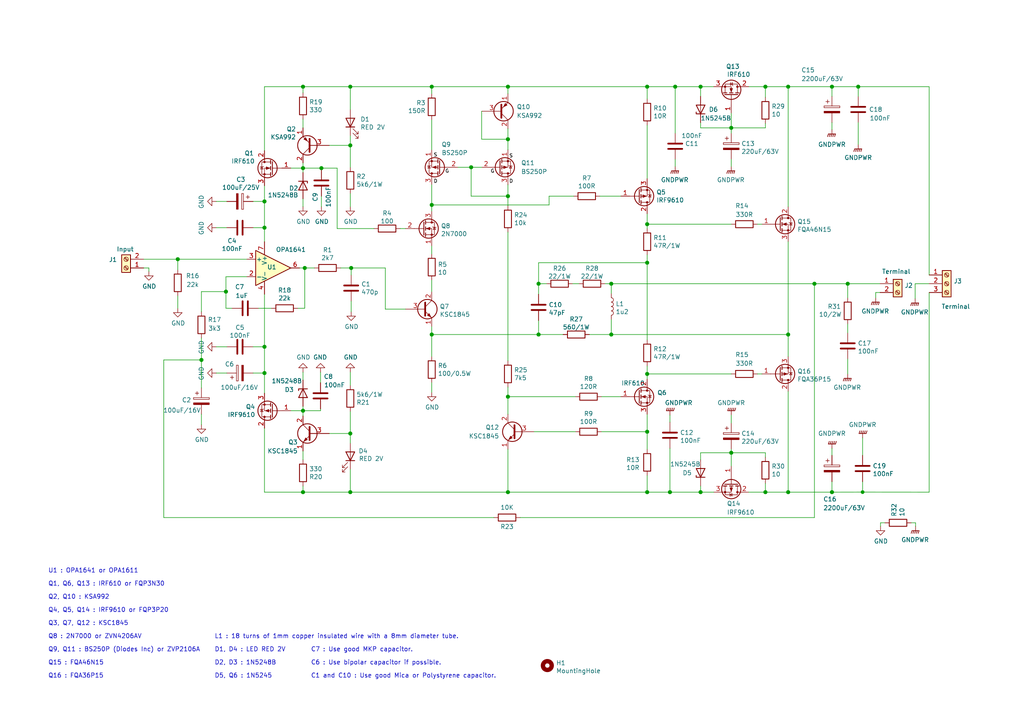
<source format=kicad_sch>
(kicad_sch (version 20210621) (generator eeschema)
  (paper "A4")
  (title_block (title "Q17 Amplifier") (date "2021-11-14") (rev "7") (company "by eng. Tiberiu Vicol") (comment 1 "Modified by Stef") (comment 4 "Q17 a QUAD405 audiophile approach"))
  (lib_symbols
    (symbol "Amplifier_Operational:OPA1641" (pin_names (offset 0.127))
      (property "Reference" "U" (at 3.81 3.81 0))
      (property "Value" "OPA1641" (at 3.81 -3.81 0))
      (symbol "OPA1641_1_1"
        (pin no_connect line (at -2.54 -2.54 90) (length 2.54) hide (name "NC") (number "1"))
        (pin input line (at -7.62 -2.54 0) (length 2.54) (name "-") (number "2"))
        (pin input line (at -7.62 2.54 0) (length 2.54) (name "+") (number "3"))
        (pin power_in line (at -2.54 -7.62 90) (length 3.81) (name "V-") (number "4"))
        (pin no_connect line (at 0 -2.54 90) (length 2.54) hide (name "NC") (number "5"))
        (pin output line (at 7.62 0 180) (length 2.54) (name "~") (number "6"))
        (pin power_in line (at -2.54 7.62 270) (length 3.81) (name "V+") (number "7"))
        (pin no_connect line (at -5.08 -2.54 90) (length 2.54) hide (name "NC") (number "8"))
      )
    )
    (symbol "BS250_1" (pin_names hide)
      (property "Reference" "Q9" (at -5.207 0.7609 0))
      (property "Value" "BS250_1" (at -5.207 -1.5378 0))
      (symbol "BS250_1_1_1"
        (pin passive line (at 2.54 -5.08 90) (length 2.54) (name "S") (number "1"))
        (pin input line (at -5.08 0 0) (length 2.54) (name "G") (number "2"))
        (pin passive line (at 2.54 5.08 270) (length 2.54) (name "D") (number "3"))
      )
    )
    (symbol "Connector:Screw_Terminal_01x02" (pin_names (offset 1.016) hide)
      (property "Reference" "J" (at 0 2.54 0))
      (property "Value" "Screw_Terminal_01x02" (at 0 -5.08 0))
      (symbol "Screw_Terminal_01x02_1_1"
        (pin passive line (at -5.08 0 0) (length 3.81) (name "Pin_1") (number "1"))
        (pin passive line (at -5.08 -2.54 0) (length 3.81) (name "Pin_2") (number "2"))
      )
    )
    (symbol "Connector:Screw_Terminal_01x02_1" (pin_names (offset 1.016) hide)
      (property "Reference" "J2" (at 2.0321 -0.5091 0))
      (property "Value" "Screw_Terminal_01x02" (at -4.5719 3.5422 0))
      (symbol "Screw_Terminal_01x02_1_1_1"
        (pin passive line (at -5.08 0 0) (length 3.81) (name "Pin_1") (number "1"))
        (pin passive line (at -5.08 -2.54 0) (length 3.81) (name "Pin_2") (number "2"))
      )
    )
    (symbol "Connector:Screw_Terminal_01x03" (pin_names (offset 1.016) hide)
      (property "Reference" "J" (at 0 5.08 0))
      (property "Value" "Screw_Terminal_01x03" (at 0 -5.08 0))
      (symbol "Screw_Terminal_01x03_1_1"
        (pin passive line (at -5.08 2.54 0) (length 3.81) (name "Pin_1") (number "1"))
        (pin passive line (at -5.08 0 0) (length 3.81) (name "Pin_2") (number "2"))
        (pin passive line (at -5.08 -2.54 0) (length 3.81) (name "Pin_3") (number "3"))
      )
    )
    (symbol "Device:C" (pin_numbers hide) (pin_names (offset 0.254))
      (property "Reference" "C" (at 0.635 2.54 0))
      (property "Value" "C" (at 0.635 -2.54 0))
      (symbol "C_1_1"
        (pin passive line (at 0 3.81 270) (length 2.794) (name "~") (number "1"))
        (pin passive line (at 0 -3.81 90) (length 2.794) (name "~") (number "2"))
      )
    )
    (symbol "Device:C_Polarized" (pin_numbers hide) (pin_names (offset 0.254))
      (property "Reference" "C" (at 0.635 2.54 0))
      (property "Value" "C_Polarized" (at 0.635 -2.54 0))
      (symbol "C_Polarized_1_1"
        (pin passive line (at 0 3.81 270) (length 2.794) (name "~") (number "1"))
        (pin passive line (at 0 -3.81 90) (length 2.794) (name "~") (number "2"))
      )
    )
    (symbol "Device:D_Zener" (pin_numbers hide) (pin_names (offset 1.016) hide)
      (property "Reference" "D" (at 0 2.54 0))
      (property "Value" "D_Zener" (at 0 -2.54 0))
      (symbol "D_Zener_1_1"
        (pin passive line (at -3.81 0 0) (length 2.54) (name "K") (number "1"))
        (pin passive line (at 3.81 0 180) (length 2.54) (name "A") (number "2"))
      )
    )
    (symbol "Device:L" (pin_numbers hide) (pin_names (offset 1.016) hide)
      (property "Reference" "L" (at -1.27 0 90))
      (property "Value" "L" (at 1.905 0 90))
      (symbol "L_1_1"
        (pin passive line (at 0 3.81 270) (length 1.27) (name "1") (number "1"))
        (pin passive line (at 0 -3.81 90) (length 1.27) (name "2") (number "2"))
      )
    )
    (symbol "Device:LED" (pin_numbers hide) (pin_names (offset 1.016) hide)
      (property "Reference" "D" (at 0 2.54 0))
      (property "Value" "LED" (at 0 -2.54 0))
      (symbol "LED_1_1"
        (pin passive line (at -3.81 0 0) (length 2.54) (name "K") (number "1"))
        (pin passive line (at 3.81 0 180) (length 2.54) (name "A") (number "2"))
      )
    )
    (symbol "Device:Q_NMOS_GDS" (pin_names (offset 0) hide)
      (property "Reference" "Q" (at 5.08 1.27 0))
      (property "Value" "Q_NMOS_GDS" (at 5.08 -1.27 0))
      (symbol "Q_NMOS_GDS_1_1"
        (pin input line (at -5.08 0 0) (length 2.54) (name "G") (number "1"))
        (pin passive line (at 2.54 5.08 270) (length 2.54) (name "D") (number "2"))
        (pin passive line (at 2.54 -5.08 90) (length 2.54) (name "S") (number "3"))
      )
    )
    (symbol "Device:Q_NPN_ECB" (pin_names (offset 0) hide)
      (property "Reference" "Q" (at 5.08 1.27 0))
      (property "Value" "Q_NPN_ECB" (at 5.08 -1.27 0))
      (symbol "Q_NPN_ECB_1_1"
        (pin passive line (at 2.54 -5.08 90) (length 2.54) (name "E") (number "1"))
        (pin passive line (at 2.54 5.08 270) (length 2.54) (name "C") (number "2"))
        (pin passive line (at -5.08 0 0) (length 5.715) (name "B") (number "3"))
      )
    )
    (symbol "Device:Q_PMOS_GDS" (pin_names (offset 0) hide)
      (property "Reference" "Q" (at 5.08 1.27 0))
      (property "Value" "Q_PMOS_GDS" (at 5.08 -1.27 0))
      (symbol "Q_PMOS_GDS_1_1"
        (pin input line (at -5.08 0 0) (length 2.54) (name "G") (number "1"))
        (pin passive line (at 2.54 5.08 270) (length 2.54) (name "D") (number "2"))
        (pin passive line (at 2.54 -5.08 90) (length 2.54) (name "S") (number "3"))
      )
    )
    (symbol "Device:Q_PNP_ECB" (pin_names (offset 0) hide)
      (property "Reference" "Q" (at 5.08 1.27 0))
      (property "Value" "Q_PNP_ECB" (at 5.08 -1.27 0))
      (symbol "Q_PNP_ECB_1_1"
        (pin passive line (at 2.54 -5.08 90) (length 2.54) (name "E") (number "1"))
        (pin passive line (at 2.54 5.08 270) (length 2.54) (name "C") (number "2"))
        (pin input line (at -5.08 0 0) (length 5.715) (name "B") (number "3"))
      )
    )
    (symbol "Device:R" (pin_numbers hide) (pin_names (offset 0))
      (property "Reference" "R" (at 2.032 0 90))
      (property "Value" "R" (at 0 0 90))
      (symbol "R_1_1"
        (pin passive line (at 0 3.81 270) (length 1.27) (name "~") (number "1"))
        (pin passive line (at 0 -3.81 90) (length 1.27) (name "~") (number "2"))
      )
    )
    (symbol "Mechanical:MountingHole" (pin_names (offset 1.016))
      (property "Reference" "H" (at 0 5.08 0))
      (property "Value" "MountingHole" (at 0 3.175 0))
    )
    (symbol "Transistor_FET:2N7000" (pin_names hide)
      (property "Reference" "Q" (at 5.08 1.905 0))
      (property "Value" "2N7000" (at 5.08 0 0))
      (symbol "2N7000_1_1"
        (pin passive line (at 2.54 -5.08 90) (length 2.54) (name "S") (number "1"))
        (pin input line (at -5.08 0 0) (length 2.54) (name "G") (number "2"))
        (pin passive line (at 2.54 5.08 270) (length 2.54) (name "D") (number "3"))
      )
    )
    (symbol "Transistor_FET:BS250" (pin_names hide)
      (property "Reference" "Q11" (at 5.2071 0.7609 0))
      (property "Value" "BS250" (at 5.2071 -1.5378 0))
      (symbol "BS250_1_1"
        (pin passive line (at 2.54 -5.08 90) (length 2.54) (name "S") (number "1"))
        (pin input line (at -5.08 0 0) (length 2.54) (name "G") (number "2"))
        (pin passive line (at 2.54 5.08 270) (length 2.54) (name "D") (number "3"))
      )
    )
    (symbol "power:GND" (power) (pin_names (offset 0))
      (property "Value" "GND" (at 0 -3.81 0))
      (symbol "GND_1_1"
        (pin power_in line (at 0 0 270) (length 0) hide (name "GND") (number "1"))
      )
    )
    (symbol "power:GNDPWR" (power) (pin_names (offset 0))
      (property "Value" "GNDPWR" (at 0 -3.302 0))
      (symbol "GNDPWR_1_1"
        (pin power_in line (at 0 0 270) (length 0) hide (name "GNDPWR") (number "1"))
      )
    )
  )
  (junction (at 194.31 142.748) (diameter 1.016))
  (junction (at 212.09 37.084) (diameter 1.016))
  (junction (at 212.09 131.318) (diameter 1.016))
  (junction (at 88.392 77.724) (diameter 1.016))
  (junction (at 177.292 82.296) (diameter 1.016))
  (junction (at 101.854 77.724) (diameter 1.016))
  (junction (at 76.708 108.204) (diameter 1.016))
  (junction (at 147.32 56.896) (diameter 1.016))
  (junction (at 187.706 125.222) (diameter 1.016))
  (junction (at 241.3 142.748) (diameter 1.016))
  (junction (at 203.2 142.748) (diameter 1.016))
  (junction (at 147.32 115.062) (diameter 1.016))
  (junction (at 65.532 84.582) (diameter 1.016))
  (junction (at 147.32 25.146) (diameter 1.016))
  (junction (at 177.292 97.028) (diameter 1.016))
  (junction (at 187.706 142.748) (diameter 1.016))
  (junction (at 187.706 25.146) (diameter 1.016))
  (junction (at 187.706 108.458) (diameter 1.016))
  (junction (at 76.708 100.584) (diameter 1.016))
  (junction (at 228.6 97.028) (diameter 1.016))
  (junction (at 125.222 25.146) (diameter 1.016))
  (junction (at 187.706 76.2) (diameter 1.016))
  (junction (at 156.21 82.296) (diameter 1.016))
  (junction (at 250.19 142.7297))
  (junction (at 51.562 75.184) (diameter 1.016))
  (junction (at 87.884 119.126) (diameter 1.016))
  (junction (at 101.6 142.748) (diameter 1.016))
  (junction (at 101.6 125.73) (diameter 1.016))
  (junction (at 245.872 82.296) (diameter 1.016))
  (junction (at 87.884 142.748) (diameter 1.016))
  (junction (at 221.996 25.146) (diameter 1.016))
  (junction (at 195.834 25.146) (diameter 1.016))
  (junction (at 101.6 25.146) (diameter 1.016))
  (junction (at 76.708 58.42) (diameter 1.016))
  (junction (at 125.222 59.436) (diameter 1.016))
  (junction (at 87.884 25.146) (diameter 1.016))
  (junction (at 228.6 142.748) (diameter 1.016))
  (junction (at 248.92 25.146) (diameter 1.016))
  (junction (at 236.22 82.296) (diameter 1.016))
  (junction (at 156.21 97.028) (diameter 1.016))
  (junction (at 125.222 97.028) (diameter 1.016))
  (junction (at 147.32 142.748) (diameter 1.016))
  (junction (at 76.708 66.04) (diameter 1.016))
  (junction (at 147.32 40.386) (diameter 1.016))
  (junction (at 228.6 25.146) (diameter 1.016))
  (junction (at 87.884 48.768) (diameter 1.016))
  (junction (at 241.3 25.146) (diameter 1.016))
  (junction (at 93.218 48.768) (diameter 1.016))
  (junction (at 187.706 65.024) (diameter 1.016))
  (junction (at 101.6 42.164) (diameter 1.016))
  (junction (at 203.2 25.146) (diameter 1.016))
  (junction (at 136.652 48.514) (diameter 1.016))
  (junction (at 58.42 104.394) (diameter 1.016))
  (junction (at 221.996 142.748) (diameter 1.016))
  (wire (pts (xy 101.854 77.724) (xy 111.76 77.724)))
  (wire (pts (xy 187.706 73.914) (xy 187.706 76.2)))
  (wire (pts (xy 101.6 42.164) (xy 101.6 39.37)))
  (wire (pts (xy 95.504 42.164) (xy 101.6 42.164)))
  (wire (pts (xy 147.32 25.146) (xy 125.222 25.146)))
  (wire (pts (xy 147.32 25.146) (xy 187.706 25.146)))
  (wire (pts (xy 221.996 132.588) (xy 221.996 131.318)))
  (wire (pts (xy 221.996 131.318) (xy 212.09 131.318)))
  (wire (pts (xy 87.884 34.544) (xy 87.884 37.084)))
  (wire (pts (xy 212.09 120.396) (xy 212.09 122.682)))
  (wire (pts (xy 58.42 123.19) (xy 58.42 120.142)))
  (wire (pts (xy 97.79 66.294) (xy 97.79 48.768)))
  (wire (pts (xy 117.602 66.294) (xy 116.078 66.294)))
  (wire (pts (xy 108.458 66.294) (xy 97.79 66.294)))
  (wire (pts (xy 93.218 48.768) (xy 97.79 48.768)))
  (wire (pts (xy 41.656 77.724) (xy 43.18 77.724)))
  (wire (pts (xy 43.18 77.724) (xy 43.18 78.74)))
  (wire (pts (xy 221.996 25.146) (xy 221.996 28.194)))
  (wire (pts (xy 58.42 98.044) (xy 58.42 104.394)))
  (wire (pts (xy 58.42 104.394) (xy 58.42 112.522)))
  (wire (pts (xy 101.6 125.73) (xy 101.6 119.38)))
  (wire (pts (xy 101.6 25.146) (xy 125.222 25.146)))
  (wire (pts (xy 187.706 125.222) (xy 187.706 130.302)))
  (wire (pts (xy 187.706 120.142) (xy 187.706 125.222)))
  (wire (pts (xy 65.532 80.264) (xy 71.628 80.264)))
  (wire (pts (xy 65.532 84.582) (xy 65.532 80.264)))
  (wire (pts (xy 65.532 89.408) (xy 65.532 84.582)))
  (wire (pts (xy 67.31 89.408) (xy 65.532 89.408)))
  (wire (pts (xy 156.21 82.296) (xy 156.21 76.2)))
  (wire (pts (xy 156.21 76.2) (xy 187.706 76.2)))
  (wire (pts (xy 207.01 25.146) (xy 203.2 25.146)))
  (wire (pts (xy 87.884 47.244) (xy 87.884 48.768)))
  (wire (pts (xy 87.884 48.768) (xy 87.884 50.038)))
  (wire (pts (xy 86.36 89.408) (xy 88.392 89.408)))
  (wire (pts (xy 88.392 89.408) (xy 88.392 77.724)))
  (wire (pts (xy 212.09 46.228) (xy 212.09 48.26)))
  (wire (pts (xy 147.32 67.31) (xy 147.32 104.648)))
  (wire (pts (xy 212.09 37.084) (xy 212.09 38.608)))
  (wire (pts (xy 212.09 32.766) (xy 212.09 37.084)))
  (wire (pts (xy 212.09 37.084) (xy 221.996 37.084)))
  (wire (pts (xy 221.996 37.084) (xy 221.996 35.814)))
  (wire (pts (xy 194.31 122.428) (xy 194.31 120.396)))
  (wire (pts (xy 76.708 124.206) (xy 76.708 142.748)))
  (wire (pts (xy 180.086 56.896) (xy 173.99 56.896)))
  (wire (pts (xy 47.498 104.394) (xy 58.42 104.394)))
  (wire (pts (xy 143.256 150.114) (xy 47.498 150.114)))
  (wire (pts (xy 47.498 150.114) (xy 47.498 104.394)))
  (wire (pts (xy 241.3 142.748) (xy 250.19 142.7297)))
  (wire (pts (xy 250.19 139.7) (xy 250.19 142.7297)))
  (wire (pts (xy 147.32 37.338) (xy 147.32 40.386)))
  (wire (pts (xy 156.21 82.296) (xy 156.21 85.344)))
  (wire (pts (xy 158.496 82.296) (xy 156.21 82.296)))
  (wire (pts (xy 187.706 36.322) (xy 187.706 51.816)))
  (wire (pts (xy 76.708 85.344) (xy 76.708 100.584)))
  (wire (pts (xy 76.708 108.204) (xy 76.708 114.046)))
  (wire (pts (xy 76.708 100.584) (xy 76.708 108.204)))
  (wire (pts (xy 87.884 140.97) (xy 87.884 142.748)))
  (wire (pts (xy 248.92 25.146) (xy 241.3 25.146)))
  (wire (pts (xy 248.92 27.94) (xy 248.92 25.146)))
  (wire (pts (xy 73.406 108.204) (xy 76.708 108.204)))
  (wire (pts (xy 111.76 89.662) (xy 111.76 77.724)))
  (wire (pts (xy 117.602 89.662) (xy 111.76 89.662)))
  (wire (pts (xy 177.292 85.09) (xy 177.292 82.296)))
  (wire (pts (xy 166.116 82.296) (xy 167.894 82.296)))
  (wire (pts (xy 175.514 82.296) (xy 177.292 82.296)))
  (wire (pts (xy 269.494 142.748) (xy 250.19 142.7297)))
  (wire (pts (xy 254 84.836) (xy 255.27 84.836)))
  (wire (pts (xy 254 86.36) (xy 254 84.836)))
  (wire (pts (xy 76.708 66.04) (xy 76.708 70.104)))
  (wire (pts (xy 76.708 58.42) (xy 76.708 66.04)))
  (wire (pts (xy 76.708 53.848) (xy 76.708 58.42)))
  (wire (pts (xy 147.32 115.062) (xy 166.878 115.062)))
  (wire (pts (xy 174.498 115.062) (xy 180.086 115.062)))
  (wire (pts (xy 236.22 150.114) (xy 150.876 150.114)))
  (wire (pts (xy 236.22 82.296) (xy 236.22 150.114)))
  (wire (pts (xy 73.406 66.04) (xy 76.708 66.04)))
  (wire (pts (xy 177.292 92.71) (xy 177.292 97.028)))
  (wire (pts (xy 170.942 97.028) (xy 177.292 97.028)))
  (wire (pts (xy 219.71 65.024) (xy 220.98 65.024)))
  (wire (pts (xy 219.71 108.458) (xy 220.98 108.458)))
  (wire (pts (xy 62.738 66.04) (xy 65.786 66.04)))
  (wire (pts (xy 195.834 25.146) (xy 187.706 25.146)))
  (wire (pts (xy 203.2 25.146) (xy 195.834 25.146)))
  (wire (pts (xy 221.996 25.146) (xy 217.17 25.146)))
  (wire (pts (xy 228.6 25.146) (xy 221.996 25.146)))
  (wire (pts (xy 228.6 59.944) (xy 228.6 25.146)))
  (wire (pts (xy 187.706 25.146) (xy 187.706 28.702)))
  (wire (pts (xy 92.964 119.126) (xy 87.884 119.126)))
  (wire (pts (xy 92.964 118.618) (xy 92.964 119.126)))
  (wire (pts (xy 221.996 140.208) (xy 221.996 142.748)))
  (wire (pts (xy 228.6 70.104) (xy 228.6 97.028)))
  (wire (pts (xy 228.6 97.028) (xy 228.6 103.378)))
  (wire (pts (xy 147.32 112.268) (xy 147.32 115.062)))
  (wire (pts (xy 154.94 125.222) (xy 166.878 125.222)))
  (wire (pts (xy 174.498 125.222) (xy 187.706 125.222)))
  (wire (pts (xy 269.494 84.836) (xy 269.494 142.748)))
  (wire (pts (xy 87.884 110.236) (xy 87.884 107.95)))
  (wire (pts (xy 62.738 100.584) (xy 65.786 100.584)))
  (wire (pts (xy 187.706 108.458) (xy 187.706 109.982)))
  (wire (pts (xy 187.706 106.172) (xy 187.706 108.458)))
  (wire (pts (xy 147.32 115.062) (xy 147.32 120.142)))
  (wire (pts (xy 203.2 37.084) (xy 212.09 37.084)))
  (wire (pts (xy 203.2 35.56) (xy 203.2 37.084)))
  (wire (pts (xy 248.92 35.56) (xy 248.92 41.91)))
  (wire (pts (xy 101.6 111.76) (xy 101.6 107.95)))
  (wire (pts (xy 187.706 76.2) (xy 187.706 98.552)))
  (wire (pts (xy 125.222 53.594) (xy 125.222 59.436)))
  (wire (pts (xy 125.222 59.436) (xy 125.222 61.214)))
  (wire (pts (xy 125.222 71.374) (xy 125.222 73.66)))
  (wire (pts (xy 125.222 81.28) (xy 125.222 84.582)))
  (wire (pts (xy 98.806 77.724) (xy 101.854 77.724)))
  (wire (pts (xy 101.854 77.724) (xy 101.854 79.756)))
  (wire (pts (xy 93.218 49.276) (xy 93.218 48.768)))
  (wire (pts (xy 93.218 48.768) (xy 87.884 48.768)))
  (wire (pts (xy 147.32 40.386) (xy 147.32 43.434)))
  (wire (pts (xy 51.562 75.184) (xy 51.562 78.232)))
  (wire (pts (xy 71.628 75.184) (xy 51.562 75.184)))
  (wire (pts (xy 156.21 92.964) (xy 156.21 97.028)))
  (wire (pts (xy 156.21 97.028) (xy 163.322 97.028)))
  (wire (pts (xy 101.6 56.134) (xy 101.6 59.944)))
  (wire (pts (xy 187.706 108.458) (xy 212.09 108.458)))
  (wire (pts (xy 73.406 58.42) (xy 76.708 58.42)))
  (wire (pts (xy 136.652 48.514) (xy 132.842 48.514)))
  (wire (pts (xy 51.562 85.852) (xy 51.562 89.408)))
  (wire (pts (xy 147.32 25.146) (xy 147.32 27.178)))
  (wire (pts (xy 194.31 142.748) (xy 187.706 142.748)))
  (wire (pts (xy 228.6 142.748) (xy 221.996 142.748)))
  (wire (pts (xy 228.6 113.538) (xy 228.6 142.748)))
  (wire (pts (xy 221.996 142.748) (xy 217.17 142.748)))
  (wire (pts (xy 187.706 142.748) (xy 187.706 137.922)))
  (wire (pts (xy 147.32 142.748) (xy 187.706 142.748)))
  (wire (pts (xy 147.32 130.302) (xy 147.32 142.748)))
  (wire (pts (xy 245.872 82.296) (xy 255.27 82.296)))
  (wire (pts (xy 139.7 32.258) (xy 139.7 40.386)))
  (wire (pts (xy 87.884 120.65) (xy 87.884 119.126)))
  (wire (pts (xy 76.708 43.688) (xy 76.708 25.146)))
  (wire (pts (xy 76.708 25.146) (xy 87.884 25.146)))
  (wire (pts (xy 250.19 127) (xy 250.19 132.08)))
  (wire (pts (xy 194.31 130.048) (xy 194.31 142.748)))
  (wire (pts (xy 65.532 84.582) (xy 58.42 84.582)))
  (wire (pts (xy 58.42 84.582) (xy 58.42 90.424)))
  (wire (pts (xy 87.884 25.146) (xy 101.6 25.146)))
  (wire (pts (xy 101.6 25.146) (xy 101.6 31.75)))
  (wire (pts (xy 87.884 26.924) (xy 87.884 25.146)))
  (wire (pts (xy 203.2 140.97) (xy 203.2 142.748)))
  (wire (pts (xy 74.93 89.408) (xy 78.74 89.408)))
  (wire (pts (xy 147.32 56.896) (xy 136.652 56.896)))
  (wire (pts (xy 136.652 56.896) (xy 136.652 48.514)))
  (wire (pts (xy 159.258 56.896) (xy 166.37 56.896)))
  (wire (pts (xy 125.222 110.998) (xy 125.222 113.792)))
  (wire (pts (xy 241.3 142.748) (xy 228.6 142.748)))
  (wire (pts (xy 241.3 139.7) (xy 241.3 142.748)))
  (wire (pts (xy 76.708 142.748) (xy 87.884 142.748)))
  (wire (pts (xy 101.6 142.748) (xy 101.6 136.144)))
  (wire (pts (xy 88.392 77.724) (xy 91.186 77.724)))
  (wire (pts (xy 86.868 77.724) (xy 88.392 77.724)))
  (wire (pts (xy 212.09 130.302) (xy 212.09 131.318)))
  (wire (pts (xy 212.09 131.318) (xy 212.09 135.128)))
  (wire (pts (xy 203.2 142.748) (xy 207.01 142.748)))
  (wire (pts (xy 194.31 142.748) (xy 203.2 142.748)))
  (wire (pts (xy 136.652 48.514) (xy 139.7 48.514)))
  (wire (pts (xy 177.292 82.296) (xy 236.22 82.296)))
  (wire (pts (xy 236.22 82.296) (xy 245.872 82.296)))
  (wire (pts (xy 245.872 82.296) (xy 245.872 86.36)))
  (wire (pts (xy 41.656 75.184) (xy 51.562 75.184)))
  (wire (pts (xy 195.834 25.146) (xy 195.834 38.608)))
  (wire (pts (xy 87.884 119.126) (xy 87.884 117.856)))
  (wire (pts (xy 159.258 56.896) (xy 159.258 59.436)))
  (wire (pts (xy 159.258 59.436) (xy 125.222 59.436)))
  (wire (pts (xy 264.281 151.638) (xy 265.551 151.638)))
  (wire (pts (xy 265.551 151.638) (xy 265.551 152.654)))
  (wire (pts (xy 255.391 152.654) (xy 255.391 151.638)))
  (wire (pts (xy 255.391 151.638) (xy 256.661 151.638)))
  (wire (pts (xy 73.406 100.584) (xy 76.708 100.584)))
  (wire (pts (xy 125.222 97.028) (xy 125.222 103.378)))
  (wire (pts (xy 156.21 97.028) (xy 125.222 97.028)))
  (wire (pts (xy 84.328 119.126) (xy 87.884 119.126)))
  (wire (pts (xy 269.494 25.146) (xy 248.92 25.146)))
  (wire (pts (xy 265.43 82.296) (xy 265.43 86.614)))
  (wire (pts (xy 269.494 82.296) (xy 265.43 82.296)))
  (wire (pts (xy 187.706 61.976) (xy 187.706 65.024)))
  (wire (pts (xy 187.706 65.024) (xy 187.706 66.294)))
  (wire (pts (xy 177.292 97.028) (xy 228.6 97.028)))
  (wire (pts (xy 62.738 108.204) (xy 65.786 108.204)))
  (wire (pts (xy 62.738 58.42) (xy 65.786 58.42)))
  (wire (pts (xy 101.6 125.73) (xy 101.6 128.524)))
  (wire (pts (xy 101.6 142.748) (xy 147.32 142.748)))
  (wire (pts (xy 269.494 25.146) (xy 269.494 79.756)))
  (wire (pts (xy 101.6 42.164) (xy 101.6 48.514)))
  (wire (pts (xy 93.218 59.944) (xy 93.218 56.896)))
  (wire (pts (xy 203.2 133.35) (xy 203.2 131.318)))
  (wire (pts (xy 203.2 131.318) (xy 212.09 131.318)))
  (wire (pts (xy 87.884 57.658) (xy 87.884 59.944)))
  (wire (pts (xy 147.32 53.594) (xy 147.32 56.896)))
  (wire (pts (xy 147.32 56.896) (xy 147.32 59.69)))
  (wire (pts (xy 92.964 107.95) (xy 92.964 110.998)))
  (wire (pts (xy 95.504 125.73) (xy 101.6 125.73)))
  (wire (pts (xy 245.872 104.14) (xy 245.872 108.458)))
  (wire (pts (xy 84.328 48.768) (xy 87.884 48.768)))
  (wire (pts (xy 101.854 87.376) (xy 101.854 90.424)))
  (wire (pts (xy 245.872 93.98) (xy 245.872 96.52)))
  (wire (pts (xy 241.3 35.56) (xy 241.3 37.592)))
  (wire (pts (xy 203.2 25.146) (xy 203.2 27.94)))
  (wire (pts (xy 187.706 65.024) (xy 212.09 65.024)))
  (wire (pts (xy 125.222 94.742) (xy 125.222 97.028)))
  (wire (pts (xy 195.834 46.228) (xy 195.834 48.26)))
  (wire (pts (xy 87.884 142.748) (xy 101.6 142.748)))
  (wire (pts (xy 241.3 132.08) (xy 241.3 130.048)))
  (wire (pts (xy 125.222 34.798) (xy 125.222 43.434)))
  (wire (pts (xy 147.32 40.386) (xy 139.7 40.386)))
  (wire (pts (xy 241.3 27.94) (xy 241.3 25.146)))
  (wire (pts (xy 241.3 25.146) (xy 228.6 25.146)))
  (wire (pts (xy 87.884 133.35) (xy 87.884 130.81)))
  (wire (pts (xy 125.222 25.146) (xy 125.222 27.178)))
  (text "C1 and C10 : Use good Mica or Polystyrene capacitor." (at 90.17 196.85 0) (effects (font (size 1.27 1.27)) (justify left bottom)))
  (text "C7 : Use good MKP capacitor." (at 90.17 189.23 0) (effects (font (size 1.27 1.27)) (justify left bottom)))
  (text "D2, D3 : 1N5248B" (at 62.23 193.04 0) (effects (font (size 1.27 1.27)) (justify left bottom)))
  (text "Q2, Q10 : KSA992" (at 13.97 173.99 0) (effects (font (size 1.27 1.27)) (justify left bottom)))
  (text "D1, D4 : LED RED 2V" (at 62.23 189.23 0) (effects (font (size 1.27 1.27)) (justify left bottom)))
  (text "Q3, Q7, Q12 : KSC1845" (at 13.97 181.61 0) (effects (font (size 1.27 1.27)) (justify left bottom)))
  (text "C6 : Use bipolar capacitor if possible." (at 90.17 193.04 0) (effects (font (size 1.27 1.27)) (justify left bottom)))
  (text "Q4, Q5, Q14 : IRF9610 or FQP3P20" (at 13.97 177.8 0) (effects (font (size 1.27 1.27)) (justify left bottom)))
  (text "Q15 : FQA46N15" (at 13.97 193.04 0) (effects (font (size 1.27 1.27)) (justify left bottom)))
  (text "Q1, Q6, Q13 : IRF610 or FQP3N30" (at 13.97 170.18 0) (effects (font (size 1.27 1.27)) (justify left bottom)))
  (text "Q9, Q11 : BS250P (Diodes Inc) or ZVP2106A" (at 13.97 189.23 0) (effects (font (size 1.27 1.27)) (justify left bottom)))
  (text "U1 : OPA1641 or OPA1611" (at 13.97 166.37 0) (effects (font (size 1.27 1.27)) (justify left bottom)))
  (text "D5, Q6 : 1N5245" (at 62.23 196.85 0) (effects (font (size 1.27 1.27)) (justify left bottom)))
  (text "L1 : 18 turns of 1mm copper insulated wire with a 8mm diameter tube." (at 62.23 185.42 0) (effects (font (size 1.27 1.27)) (justify left bottom)))
  (text "Q8 : 2N7000 or ZVN4206AV" (at 13.97 185.42 0) (effects (font (size 1.27 1.27)) (justify left bottom)))
  (text "Q16 : FQA36P15" (at 13.97 196.85 0) (effects (font (size 1.27 1.27)) (justify left bottom)))
  (label "S" (at 125.73 45.72 0) (effects (font (size 1 1))))
  (label "G" (at 129.0867 50.4087 0) (effects (font (size 1 1))))
  (label "D" (at 125.73 53.34 0) (effects (font (size 1 1))))
  (label "G" (at 142.2567 50.4213 0) (effects (font (size 1 1))))
  (label "D" (at 147.6452 53.34 0) (effects (font (size 1 1))))
  (label "S" (at 147.6452 45.9837 0) (effects (font (size 1 1))))
  (symbol (lib_id "Device:Q_NPN_ECB") (at 149.86 125.222 0) (mirror y) (unit 1)
    (property "Reference" "Q12" (at 144.78 123.9519 0) (effects (justify left)))
    (property "Value" "KSC1845" (at 144.78 126.4919 0) (effects (justify left)))
    (property "Footprint" "Package_TO_SOT_THT:TO-92" (effects hide))
  )
  (symbol (lib_id "Device:R") (at 187.706 134.112 0) (unit 1)
    (property "Reference" "R13" (at 181.61 133.35 0) (effects (justify left)))
    (property "Value" "10R" (at 181.61 135.6487 0) (effects (justify left)))
    (property "Footprint" "Resistor_THT:R_Axial_DIN0207_L6.3mm_D2.5mm_P10.16mm_Horizontal" (effects hide))
  )
  (symbol (lib_id "power:GND") (at 51.562 89.408 0) (unit 1)
    (property "Reference" "#PWR0113" (effects hide))
    (property "Value" "GND" (at 51.6763 93.7324 0))
  )
  (symbol (lib_id "Device:Q_PNP_ECB") (at 144.78 32.258 0) (mirror x) (unit 1)
    (property "Reference" "Q10" (at 149.86 30.9879 0) (effects (justify left)))
    (property "Value" "KSA992" (at 149.86 33.5279 0) (effects (justify left)))
    (property "Footprint" "Package_TO_SOT_THT:TO-92" (effects hide))
  )
  (symbol (lib_id "Device:R") (at 245.872 90.17 0) (unit 1)
    (property "Reference" "R31" (at 240.03 88.9 0) (effects (justify left)))
    (property "Value" "10/2W" (at 237.4899 91.1984 0) (effects (justify left)))
    (property "Footprint" "Resistor_THT:R_Axial_DIN0309_L9.0mm_D3.2mm_P12.70mm_Horizontal" (effects hide))
  )
  (symbol (lib_id "Device:C") (at 69.596 66.04 90) (unit 1)
    (property "Reference" "C4" (at 67.31 69.85 90))
    (property "Value" "100nF" (at 67.31 72.1487 90))
    (property "Footprint" "Capacitor_THT:C_Disc_D7.5mm_W2.5mm_P5.00mm" (effects hide))
    (property "Datasheet" "https://ro.mouser.com/datasheet/2/212/1/KEM_F3101_R82-1103738.pdf" (effects hide))
    (property "Spice_Primitive" "C" (effects hide))
    (property "Spice_Model" "100n" (effects hide))
    (property "Spice_Netlist_Enabled" "Y" (effects hide))
  )
  (symbol (lib_name "Connector:Screw_Terminal_01x02_1") (lib_id "Connector:Screw_Terminal_01x02") (at 260.35 82.296 0) (unit 1)
    (property "Reference" "J2" (at 262.3821 82.8051 0) (effects (justify left)))
    (property "Value" "Terminal" (at 255.7781 78.7538 0) (effects (justify left)))
    (property "Footprint" "Connector_AMASS:AMASS_XT30U-F_1x02_P5.0mm_Vertical" (effects hide))
  )
  (symbol (lib_id "power:GND") (at 58.42 123.19 0) (unit 1)
    (property "Reference" "#PWR0107" (effects hide))
    (property "Value" "GND" (at 58.5343 127.5144 0))
  )
  (symbol (lib_id "Device:R") (at 94.996 77.724 90) (unit 1)
    (property "Reference" "R1" (at 94.996 72.4978 90))
    (property "Value" "2k7" (at 94.996 74.7965 90))
    (property "Footprint" "Resistor_THT:R_Axial_DIN0207_L6.3mm_D2.5mm_P10.16mm_Horizontal" (effects hide))
  )
  (symbol (lib_id "power:GNDPWR") (at 212.09 120.396 180) (unit 1)
    (property "Reference" "#PWR0121" (effects hide))
    (property "Value" "GNDPWR" (at 212.09 116.84 0))
  )
  (symbol (lib_id "Device:C") (at 194.31 126.238 0) (unit 1)
    (property "Reference" "C12" (at 197.2311 125.4771 0) (effects (justify left)))
    (property "Value" "100nF" (at 197.2311 127.7758 0) (effects (justify left)))
    (property "Footprint" "Capacitor_THT:C_Disc_D7.5mm_W2.5mm_P5.00mm" (effects hide))
    (property "Datasheet" "https://ro.mouser.com/datasheet/2/212/1/KEM_F3101_R82-1103738.pdf" (effects hide))
    (property "Spice_Primitive" "C" (effects hide))
    (property "Spice_Model" "100n" (effects hide))
    (property "Spice_Netlist_Enabled" "Y" (effects hide))
  )
  (symbol (lib_id "Device:R") (at 187.706 70.104 0) (unit 1)
    (property "Reference" "R11" (at 189.4841 68.9546 0) (effects (justify left)))
    (property "Value" "47R/1W" (at 189.4841 71.2533 0) (effects (justify left)))
    (property "Footprint" "Resistor_THT:R_Axial_DIN0411_L9.9mm_D3.6mm_P12.70mm_Horizontal" (effects hide))
  )
  (symbol (lib_id "Device:R") (at 170.688 125.222 90) (unit 1)
    (property "Reference" "R9" (at 170.688 119.9958 90))
    (property "Value" "100R" (at 170.688 122.295 90))
    (property "Footprint" "Resistor_THT:R_Axial_DIN0207_L6.3mm_D2.5mm_P10.16mm_Horizontal" (effects hide))
  )
  (symbol (lib_id "Device:R") (at 101.6 115.57 0) (mirror x) (unit 1)
    (property "Reference" "R21" (at 103.3781 116.7194 0) (effects (justify left)))
    (property "Value" "5k6/1W" (at 103.378 114.421 0) (effects (justify left)))
    (property "Footprint" "Resistor_THT:R_Axial_DIN0207_L6.3mm_D2.5mm_P10.16mm_Horizontal" (effects hide))
  )
  (symbol (lib_id "Device:LED") (at 101.6 35.56 90) (unit 1)
    (property "Reference" "D1" (at 104.5211 34.6011 90) (effects (justify right)))
    (property "Value" "RED 2V" (at 104.5211 36.8998 90) (effects (justify right)))
    (property "Footprint" "LED_THT:LED_D5.0mm_Clear" (effects hide))
  )
  (symbol (lib_id "Device:Q_NPN_ECB") (at 90.424 125.73 0) (mirror y) (unit 1)
    (property "Reference" "Q3" (at 86.36 128.27 0) (effects (justify left)))
    (property "Value" "KSC1845" (at 86.36 130.81 0) (effects (justify left)))
    (property "Footprint" "Package_TO_SOT_THT:TO-92" (effects hide))
  )
  (symbol (lib_id "Device:C_Polarized") (at 241.3 135.89 0) (unit 1)
    (property "Reference" "C16" (at 238.76 144.78 0) (effects (justify left)))
    (property "Value" "2200uF/63V" (at 238.76 147.32 0) (effects (justify left)))
    (property "Footprint" "Capacitor_THT:CP_Radial_D18.0mm_P7.50mm" (effects hide))
  )
  (symbol (lib_id "Device:R") (at 215.9 108.458 90) (unit 1)
    (property "Reference" "R15" (at 217.17 102.87 90) (effects (justify left)))
    (property "Value" "330R" (at 218.44 105.41 90) (effects (justify left)))
    (property "Footprint" "Resistor_THT:R_Axial_DIN0207_L6.3mm_D2.5mm_P10.16mm_Horizontal" (effects hide))
  )
  (symbol (lib_id "power:GNDPWR") (at 194.31 120.396 180) (unit 1)
    (property "Reference" "#PWR0120" (effects hide))
    (property "Value" "GNDPWR" (at 196.85 116.84 0))
  )
  (symbol (lib_id "Device:C") (at 195.834 42.418 180) (unit 1)
    (property "Reference" "C11" (at 200.66 41.6687 0))
    (property "Value" "100nF" (at 200.66 39.37 0))
    (property "Footprint" "Capacitor_THT:C_Disc_D7.5mm_W2.5mm_P5.00mm" (effects hide))
    (property "Datasheet" "https://ro.mouser.com/datasheet/2/212/1/KEM_F3101_R82-1103738.pdf" (effects hide))
    (property "Spice_Primitive" "C" (effects hide))
    (property "Spice_Model" "100n" (effects hide))
    (property "Spice_Netlist_Enabled" "Y" (effects hide))
  )
  (symbol (lib_id "power:GND") (at 255.391 152.654 0) (unit 1)
    (property "Reference" "#PWR0124" (effects hide))
    (property "Value" "GND" (at 255.5053 156.9784 0))
  )
  (symbol (lib_id "power:GNDPWR") (at 265.43 86.614 0) (unit 1)
    (property "Reference" "#PWR0128" (effects hide))
    (property "Value" "GNDPWR" (at 265.303 90.532 0))
  )
  (symbol (lib_id "Device:C") (at 93.218 53.086 180) (unit 1)
    (property "Reference" "C9" (at 91.44 57.15 90))
    (property "Value" "100nF" (at 95.25 57.15 90))
    (property "Footprint" "Capacitor_THT:C_Disc_D7.5mm_W2.5mm_P5.00mm" (effects hide))
    (property "Datasheet" "https://ro.mouser.com/datasheet/2/212/1/KEM_F3101_R82-1103738.pdf" (effects hide))
    (property "Spice_Primitive" "C" (effects hide))
    (property "Spice_Model" "100n" (effects hide))
    (property "Spice_Netlist_Enabled" "Y" (effects hide))
  )
  (symbol (lib_id "power:GND") (at 43.18 78.74 0) (unit 1)
    (property "Reference" "#PWR0114" (effects hide))
    (property "Value" "GND" (at 43.2943 83.0644 0))
  )
  (symbol (lib_id "Device:LED") (at 101.6 132.334 270) (mirror x) (unit 1)
    (property "Reference" "D4" (at 106.68 130.81 90) (effects (justify right)))
    (property "Value" "RED 2V" (at 111.2448 133.0294 90) (effects (justify right)))
    (property "Footprint" "LED_THT:LED_D5.0mm_Clear" (effects hide))
  )
  (symbol (lib_id "Device:R") (at 215.9 65.024 90) (unit 1)
    (property "Reference" "R14" (at 217.17 59.69 90) (effects (justify left)))
    (property "Value" "330R" (at 218.44 62.23 90) (effects (justify left)))
    (property "Footprint" "Resistor_THT:R_Axial_DIN0207_L6.3mm_D2.5mm_P10.16mm_Horizontal" (effects hide))
  )
  (symbol (lib_id "Device:R") (at 187.706 32.512 0) (unit 1)
    (property "Reference" "R10" (at 189.4841 31.3626 0) (effects (justify left)))
    (property "Value" "10R" (at 189.4841 33.6613 0) (effects (justify left)))
    (property "Footprint" "Resistor_THT:R_Axial_DIN0207_L6.3mm_D2.5mm_P10.16mm_Horizontal" (effects hide))
  )
  (symbol (lib_id "power:GNDPWR") (at 241.3 130.048 180) (unit 1)
    (property "Reference" "#PWR0125" (effects hide))
    (property "Value" "GNDPWR" (at 241.3 125.73 0))
  )
  (symbol (lib_id "Device:R") (at 162.306 82.296 90) (unit 1)
    (property "Reference" "R26" (at 162.306 77.8468 90))
    (property "Value" "22/1W" (at 162.306 80.1455 90))
    (property "Footprint" "Resistor_THT:R_Axial_DIN0207_L6.3mm_D2.5mm_P10.16mm_Horizontal" (effects hide))
  )
  (symbol (lib_id "Device:D_Zener") (at 203.2 31.75 90) (unit 1)
    (property "Reference" "D6" (at 208.28 31.75 90) (effects (justify left)))
    (property "Value" "1N5245B" (at 212.09 34.29 90) (effects (justify left)))
    (property "Footprint" "Diode_THT:D_DO-35_SOD27_P7.62mm_Horizontal" (effects hide))
  )
  (symbol (lib_id "Device:R") (at 51.562 82.042 180) (unit 1)
    (property "Reference" "R16" (at 55.88 80.01 0))
    (property "Value" "22k" (at 55.88 82.55 0))
    (property "Footprint" "Resistor_THT:R_Axial_DIN0207_L6.3mm_D2.5mm_P10.16mm_Horizontal" (effects hide))
  )
  (symbol (lib_id "power:GNDPWR") (at 241.3 37.592 0) (unit 1)
    (property "Reference" "#PWR0118" (effects hide))
    (property "Value" "GNDPWR" (at 241.3 41.91 0))
  )
  (symbol (lib_id "Device:Q_NPN_ECB") (at 122.682 89.662 0) (unit 1)
    (property "Reference" "Q7" (at 127.5335 88.9011 0) (effects (justify left)))
    (property "Value" "KSC1845" (at 127.5335 91.1998 0) (effects (justify left)))
    (property "Footprint" "Package_TO_SOT_THT:TO-92" (effects hide))
  )
  (symbol (lib_id "Device:C") (at 71.12 89.408 270) (unit 1)
    (property "Reference" "C7" (at 69.5042 83.2055 90))
    (property "Value" "1uF" (at 70.1141 85.7546 90))
    (property "Footprint" "Capacitor_THT:CP_Axial_L26.5mm_D20.0mm_P33.00mm_Horizontal" (effects hide))
  )
  (symbol (lib_id "Device:C_Polarized") (at 69.596 108.204 90) (unit 1)
    (property "Reference" "C6" (at 66.5681 105.617 90))
    (property "Value" "100uF/16V" (at 69.4063 112.3698 90))
    (property "Footprint" "Capacitor_THT:C_Radial_D10.0mm_H12.5mm_P5.00mm" (effects hide))
  )
  (symbol (lib_id "Device:Q_NMOS_GDS") (at 226.06 65.024 0) (unit 1)
    (property "Reference" "Q15" (at 231.2671 64.2631 0) (effects (justify left)))
    (property "Value" "FQA46N15" (at 231.2671 66.5618 0) (effects (justify left)))
    (property "Footprint" "Package_TO_SOT_THT:TO-3P-3_Horizontal_TabDown" (effects hide))
  )
  (symbol (lib_id "Device:C_Polarized") (at 212.09 42.418 0) (unit 1)
    (property "Reference" "C13" (at 215.0111 41.6571 0) (effects (justify left)))
    (property "Value" "220uF/63V" (at 215.0111 43.9558 0) (effects (justify left)))
    (property "Footprint" "Capacitor_THT:CP_Radial_D10.0mm_P5.00mm_P7.50mm" (effects hide))
  )
  (symbol (lib_id "Device:L") (at 177.292 88.9 0) (unit 1)
    (property "Reference" "L1" (at 178.5621 88.1391 0) (effects (justify left)))
    (property "Value" "1u2" (at 178.5621 90.4378 0) (effects (justify left)))
    (property "Footprint" "inductor:L" (effects hide))
  )
  (symbol (lib_id "Device:R") (at 87.884 30.734 0) (unit 1)
    (property "Reference" "R19" (at 89.6621 29.5846 0) (effects (justify left)))
    (property "Value" "330" (at 89.662 31.883 0) (effects (justify left)))
    (property "Footprint" "Resistor_THT:R_Axial_DIN0207_L6.3mm_D2.5mm_P10.16mm_Horizontal" (effects hide))
  )
  (symbol (lib_id "Device:C_Polarized") (at 58.42 116.332 0) (unit 1)
    (property "Reference" "C2" (at 52.7582 116.0226 0) (effects (justify left)))
    (property "Value" "100uF/16V" (at 47.3265 119.01 0) (effects (justify left)))
    (property "Footprint" "Capacitor_THT:C_Radial_D10.0mm_H12.5mm_P5.00mm" (effects hide))
  )
  (symbol (lib_id "Device:R") (at 167.132 97.028 90) (unit 1)
    (property "Reference" "R27" (at 167.132 92.5788 90))
    (property "Value" "560/1W" (at 167.132 94.8775 90))
    (property "Footprint" "Resistor_THT:R_Axial_DIN0207_L6.3mm_D2.5mm_P10.16mm_Horizontal" (effects hide))
  )
  (symbol (lib_id "Device:R") (at 187.706 102.362 0) (unit 1)
    (property "Reference" "R12" (at 189.4841 101.2126 0) (effects (justify left)))
    (property "Value" "47R/1W" (at 189.4841 103.5113 0) (effects (justify left)))
    (property "Footprint" "Resistor_THT:R_Axial_DIN0411_L9.9mm_D3.6mm_P12.70mm_Horizontal" (effects hide))
  )
  (symbol (lib_id "Device:C") (at 101.854 83.566 0) (unit 1)
    (property "Reference" "C1" (at 104.7751 82.4166 0) (effects (justify left)))
    (property "Value" "470p" (at 104.7751 84.7153 0) (effects (justify left)))
    (property "Footprint" "Capacitor_THT:C_Disc_D11.0mm_W5.0mm_P7.50mm" (effects hide))
  )
  (symbol (lib_id "Device:R") (at 101.6 52.324 0) (unit 1)
    (property "Reference" "R2" (at 103.3781 51.1746 0) (effects (justify left)))
    (property "Value" "5k6/1W" (at 103.378 53.473 0) (effects (justify left)))
    (property "Footprint" "Resistor_THT:R_Axial_DIN0207_L6.3mm_D2.5mm_P10.16mm_Horizontal" (effects hide))
  )
  (symbol (lib_id "power:GND") (at 87.884 59.944 0) (unit 1)
    (property "Reference" "#PWR0110" (effects hide))
    (property "Value" "GND" (at 87.9983 64.2684 0))
  )
  (symbol (lib_id "Device:R") (at 221.996 32.004 0) (unit 1)
    (property "Reference" "R29" (at 223.7741 30.8546 0) (effects (justify left)))
    (property "Value" "10" (at 223.774 33.153 0) (effects (justify left)))
    (property "Footprint" "Resistor_THT:R_Axial_DIN0207_L6.3mm_D2.5mm_P10.16mm_Horizontal" (effects hide))
  )
  (symbol (lib_id "Device:C_Polarized") (at 212.09 126.492 0) (unit 1)
    (property "Reference" "C14" (at 215.0111 125.7311 0) (effects (justify left)))
    (property "Value" "220uF/63V" (at 215.0111 128.0298 0) (effects (justify left)))
    (property "Footprint" "Capacitor_THT:CP_Radial_D10.0mm_P5.00mm_P7.50mm" (effects hide))
  )
  (symbol (lib_id "Device:R") (at 170.18 56.896 90) (unit 1)
    (property "Reference" "R7" (at 170.18 51.6698 90))
    (property "Value" "100R" (at 170.18 53.9685 90))
    (property "Footprint" "Resistor_THT:R_Axial_DIN0207_L6.3mm_D2.5mm_P10.16mm_Horizontal" (effects hide))
  )
  (symbol (lib_name "BS250_1") (lib_id "Transistor_FET:BS250") (at 127.762 48.514 180) (unit 1)
    (property "Reference" "Q9" (at 130.81 41.91 0) (effects (justify left)))
    (property "Value" "BS250P" (at 135.6674 44.3166 0) (effects (justify left)))
    (property "Footprint" "Package_TO_SOT_THT:TO-92_Inline" (effects hide))
    (property "Datasheet" "http://www.vishay.com/docs/70209/70209.pdf" (effects hide))
  )
  (symbol (lib_id "power:GND") (at 62.738 58.42 270) (unit 1)
    (property "Reference" "#PWR0109" (effects hide))
    (property "Value" "GND" (at 58.4136 58.5343 0))
  )
  (symbol (lib_id "Device:C") (at 156.21 89.154 0) (unit 1)
    (property "Reference" "C10" (at 159.1311 88.3931 0) (effects (justify left)))
    (property "Value" "47pF" (at 159.1311 90.6918 0) (effects (justify left)))
    (property "Footprint" "Capacitor_THT:C_Disc_D11.0mm_W5.0mm_P7.50mm" (effects hide))
  )
  (symbol (lib_id "Device:R") (at 112.268 66.294 90) (unit 1)
    (property "Reference" "R4" (at 112.268 61.8448 90))
    (property "Value" "100" (at 112.268 64.1435 90))
    (property "Footprint" "Resistor_THT:R_Axial_DIN0207_L6.3mm_D2.5mm_P10.16mm_Horizontal" (effects hide))
  )
  (symbol (lib_id "Device:C_Polarized") (at 241.3 31.75 0) (unit 1)
    (property "Reference" "C15" (at 232.41 20.32 0) (effects (justify left)))
    (property "Value" "2200uF/63V" (at 232.41 22.86 0) (effects (justify left)))
    (property "Footprint" "Capacitor_THT:CP_Radial_D18.0mm_P7.50mm" (effects hide))
  )
  (symbol (lib_id "Device:R") (at 170.688 115.062 90) (unit 1)
    (property "Reference" "R8" (at 170.688 109.8358 90))
    (property "Value" "120R" (at 170.688 112.1345 90))
    (property "Footprint" "Resistor_THT:R_Axial_DIN0207_L6.3mm_D2.5mm_P10.16mm_Horizontal" (effects hide))
  )
  (symbol (lib_id "Device:R") (at 58.42 94.234 180) (unit 1)
    (property "Reference" "R17" (at 62.23 92.71 0))
    (property "Value" "3k3" (at 62.23 95.25 0))
    (property "Footprint" "Resistor_THT:R_Axial_DIN0207_L6.3mm_D2.5mm_P10.16mm_Horizontal" (effects hide))
  )
  (symbol (lib_id "power:GNDPWR") (at 265.551 152.654 0) (unit 1)
    (property "Reference" "#PWR0123" (effects hide))
    (property "Value" "GNDPWR" (at 265.424 156.572 0))
  )
  (symbol (lib_id "power:GND") (at 62.738 108.204 270) (unit 1)
    (property "Reference" "#PWR0111" (effects hide))
    (property "Value" "GND" (at 58.4136 108.3183 0))
  )
  (symbol (lib_id "Device:R") (at 125.222 77.47 0) (unit 1)
    (property "Reference" "R5" (at 127.0001 76.7091 0) (effects (justify left)))
    (property "Value" "10" (at 127.0001 79.0078 0) (effects (justify left)))
    (property "Footprint" "Resistor_THT:R_Axial_DIN0207_L6.3mm_D2.5mm_P10.16mm_Horizontal" (effects hide))
  )
  (symbol (lib_id "Connector:Screw_Terminal_01x02") (at 36.576 77.724 180) (unit 1)
    (property "Reference" "J1" (at 32.766 75.3068 0))
    (property "Value" "Input" (at 36.322 72.2715 0))
    (property "Footprint" "Connector_Stocko:Stocko_MKS_1651-6-0-202_1x2_P2.50mm_Vertical" (effects hide))
  )
  (symbol (lib_id "Device:R") (at 221.996 136.398 0) (unit 1)
    (property "Reference" "R30" (at 223.7741 135.2486 0) (effects (justify left)))
    (property "Value" "10" (at 223.774 137.547 0) (effects (justify left)))
    (property "Footprint" "Resistor_THT:R_Axial_DIN0207_L6.3mm_D2.5mm_P10.16mm_Horizontal" (effects hide))
  )
  (symbol (lib_id "Device:R") (at 125.222 30.988 0) (mirror y) (unit 1)
    (property "Reference" "R3" (at 123.4439 29.8386 0) (effects (justify left)))
    (property "Value" "150R" (at 123.444 32.137 0) (effects (justify left)))
    (property "Footprint" "Resistor_THT:R_Axial_DIN0207_L6.3mm_D2.5mm_P10.16mm_Horizontal" (effects hide))
  )
  (symbol (lib_id "Device:R") (at 147.32 108.458 0) (unit 1)
    (property "Reference" "R25" (at 149.0981 107.3086 0) (effects (justify left)))
    (property "Value" "7k5" (at 149.098 109.607 0) (effects (justify left)))
    (property "Footprint" "Resistor_THT:R_Axial_DIN0207_L6.3mm_D2.5mm_P10.16mm_Horizontal" (effects hide))
  )
  (symbol (lib_id "Amplifier_Operational:OPA1641") (at 79.248 77.724 0) (unit 1)
    (property "Reference" "U1" (at 77.47 77.47 0) (effects (justify left)))
    (property "Value" "OPA1641" (at 80.01 72.39 0) (effects (justify left)))
    (property "Footprint" "Package_SO:SOIC-8_3.9x4.9mm_P1.27mm" (effects hide))
    (property "Datasheet" "http://www.ti.com/lit/ds/symlink/opa1641.pdf" (effects hide))
  )
  (symbol (lib_id "Transistor_FET:2N7000") (at 122.682 66.294 0) (unit 1)
    (property "Reference" "Q8" (at 127.8891 65.5331 0) (effects (justify left)))
    (property "Value" "2N7000" (at 127.8891 67.8318 0) (effects (justify left)))
    (property "Footprint" "Package_TO_SOT_THT:TO-92_Inline" (effects hide))
    (property "Datasheet" "https://www.onsemi.com/pub/Collateral/NDS7002A-D.PDF" (effects hide))
  )
  (symbol (lib_id "Device:Q_NMOS_GDS") (at 185.166 115.062 0) (unit 1)
    (property "Reference" "Q6" (at 190.6271 113.9126 0) (effects (justify left)))
    (property "Value" "IRF610" (at 180.2131 111.1313 0) (effects (justify left)))
    (property "Footprint" "Package_TO_SOT_THT:TO-220-3_Vertical" (effects hide))
  )
  (symbol (lib_id "Device:R") (at 82.55 89.408 90) (unit 1)
    (property "Reference" "R18" (at 82.55 84.1818 90))
    (property "Value" "22k" (at 82.55 86.4805 90))
    (property "Footprint" "Resistor_THT:R_Axial_DIN0207_L6.3mm_D2.5mm_P10.16mm_Horizontal" (effects hide))
  )
  (symbol (lib_id "power:GND") (at 101.6 59.944 0) (unit 1)
    (property "Reference" "#PWR0102" (effects hide))
    (property "Value" "GND" (at 101.7143 64.2684 0))
  )
  (symbol (lib_id "power:GNDPWR") (at 212.09 48.26 0) (unit 1)
    (property "Reference" "#PWR0116" (effects hide))
    (property "Value" "GNDPWR" (at 211.963 52.178 0))
  )
  (symbol (lib_id "Device:Q_PMOS_GDS") (at 79.248 119.126 180) (unit 1)
    (property "Reference" "Q4" (at 74.0409 117.9766 0) (effects (justify left)))
    (property "Value" "IRF9610" (at 74.0409 120.2753 0) (effects (justify left)))
    (property "Footprint" "Package_TO_SOT_THT:TO-220-3_Vertical" (effects hide))
  )
  (symbol (lib_id "Mechanical:MountingHole") (at 158.75 193.04 0) (unit 1)
    (property "Reference" "H1" (at 161.2901 192.2791 0) (effects (justify left)))
    (property "Value" "MountingHole" (at 161.2901 194.5778 0) (effects (justify left)))
    (property "Footprint" "MountingHole:MountingHole_3.2mm_M3_Pad_Via" (effects hide))
  )
  (symbol (lib_id "Transistor_FET:BS250") (at 144.78 48.514 0) (mirror x) (unit 1)
    (property "Reference" "Q11" (at 151.13 47.2439 0) (effects (justify left)))
    (property "Value" "BS250P" (at 151.13 49.7839 0) (effects (justify left)))
    (property "Footprint" "Package_TO_SOT_THT:TO-92_Inline" (effects hide))
    (property "Datasheet" "http://www.vishay.com/docs/70209/70209.pdf" (effects hide))
  )
  (symbol (lib_id "Device:R") (at 125.222 107.188 0) (unit 1)
    (property "Reference" "R6" (at 127.0001 106.0386 0) (effects (justify left)))
    (property "Value" "100/0.5W" (at 127 108.337 0) (effects (justify left)))
    (property "Footprint" "Resistor_THT:R_Axial_DIN0207_L6.3mm_D2.5mm_P10.16mm_Horizontal" (effects hide))
  )
  (symbol (lib_id "power:GND") (at 87.884 107.95 0) (mirror x) (unit 1)
    (property "Reference" "#PWR0104" (effects hide))
    (property "Value" "GND" (at 87.9983 103.6256 0))
  )
  (symbol (lib_id "power:GNDPWR") (at 245.872 108.458 0) (unit 1)
    (property "Reference" "#PWR0122" (effects hide))
    (property "Value" "GNDPWR" (at 245.745 112.376 0))
  )
  (symbol (lib_id "Connector:Screw_Terminal_01x03") (at 274.574 82.296 0) (unit 1)
    (property "Reference" "J3" (at 276.6061 81.5351 0) (effects (justify left)))
    (property "Value" "Terminal" (at 273.05 88.9 0) (effects (justify left)))
    (property "Footprint" "TerminalBlock:TerminalBlock_Altech_AK300-3_P5.00mm" (effects hide))
  )
  (symbol (lib_id "power:GNDPWR") (at 195.834 48.26 0) (unit 1)
    (property "Reference" "#PWR0117" (effects hide))
    (property "Value" "GNDPWR" (at 195.707 52.178 0))
  )
  (symbol (lib_id "Device:R") (at 147.32 63.5 0) (unit 1)
    (property "Reference" "R24" (at 149.0981 62.3506 0) (effects (justify left)))
    (property "Value" "10k" (at 149.098 64.649 0) (effects (justify left)))
    (property "Footprint" "Resistor_THT:R_Axial_DIN0207_L6.3mm_D2.5mm_P10.16mm_Horizontal" (effects hide))
  )
  (symbol (lib_id "power:GNDPWR") (at 254 86.36 0) (unit 1)
    (property "Reference" "#PWR0127" (effects hide))
    (property "Value" "GNDPWR" (at 253.873 90.278 0))
  )
  (symbol (lib_id "Device:Q_PMOS_GDS") (at 185.166 56.896 0) (mirror x) (unit 1)
    (property "Reference" "Q5" (at 190.3731 55.7466 0) (effects (justify left)))
    (property "Value" "IRF9610" (at 190.3731 58.0453 0) (effects (justify left)))
    (property "Footprint" "Package_TO_SOT_THT:TO-220-3_Vertical" (effects hide))
  )
  (symbol (lib_id "Device:Q_NMOS_GDS") (at 212.09 27.686 270) (mirror x) (unit 1)
    (property "Reference" "Q13" (at 210.566 19.2913 90) (effects (justify left)))
    (property "Value" "IRF610" (at 210.82 21.59 90) (effects (justify left)))
    (property "Footprint" "Package_TO_SOT_THT:TO-220-3_Vertical" (effects hide))
  )
  (symbol (lib_id "power:GND") (at 101.6 107.95 0) (mirror x) (unit 1)
    (property "Reference" "#PWR0105" (effects hide))
    (property "Value" "GND" (at 101.7143 103.6256 0))
  )
  (symbol (lib_id "Device:D_Zener") (at 203.2 137.16 90) (unit 1)
    (property "Reference" "D5" (at 200.66 137.16 90) (effects (justify left)))
    (property "Value" "1N5245B" (at 203.2 134.62 90) (effects (justify left)))
    (property "Footprint" "Diode_THT:D_DO-35_SOD27_P7.62mm_Horizontal" (effects hide))
  )
  (symbol (lib_id "power:GNDPWR") (at 250.19 127 180) (unit 1)
    (property "Reference" "#PWR0126" (effects hide))
    (property "Value" "GNDPWR" (at 250.19 123.19 0))
  )
  (symbol (lib_id "power:GND") (at 101.854 90.424 0) (unit 1)
    (property "Reference" "#PWR0101" (effects hide))
    (property "Value" "GND" (at 101.9683 94.7484 0))
  )
  (symbol (lib_id "Device:R") (at 87.884 137.16 0) (mirror x) (unit 1)
    (property "Reference" "R20" (at 89.6621 138.3094 0) (effects (justify left)))
    (property "Value" "330" (at 89.662 136.011 0) (effects (justify left)))
    (property "Footprint" "Resistor_THT:R_Axial_DIN0207_L6.3mm_D2.5mm_P10.16mm_Horizontal" (effects hide))
  )
  (symbol (lib_id "Device:Q_PNP_ECB") (at 90.424 42.164 180) (unit 1)
    (property "Reference" "Q2" (at 85.8606 37.4499 0) (effects (justify left)))
    (property "Value" "KSA992" (at 85.8606 39.7486 0) (effects (justify left)))
    (property "Footprint" "Package_TO_SOT_THT:TO-92" (effects hide))
  )
  (symbol (lib_id "power:GND") (at 62.738 66.04 270) (unit 1)
    (property "Reference" "#PWR0115" (effects hide))
    (property "Value" "GND" (at 58.4136 66.1543 0))
  )
  (symbol (lib_id "Device:C") (at 92.964 114.808 0) (unit 1)
    (property "Reference" "C8" (at 95.25 109.22 0))
    (property "Value" "100nF" (at 97.0267 111.6772 0))
    (property "Footprint" "Capacitor_THT:C_Disc_D7.5mm_W2.5mm_P5.00mm" (effects hide))
    (property "Datasheet" "https://ro.mouser.com/datasheet/2/212/1/KEM_F3101_R82-1103738.pdf" (effects hide))
    (property "Spice_Primitive" "C" (effects hide))
    (property "Spice_Model" "100n" (effects hide))
    (property "Spice_Netlist_Enabled" "Y" (effects hide))
  )
  (symbol (lib_id "Device:Q_NMOS_GDS") (at 79.248 48.768 0) (mirror y) (unit 1)
    (property "Reference" "Q1" (at 73.66 44.45 0) (effects (justify left)))
    (property "Value" "IRF610" (at 73.914 46.7487 0) (effects (justify left)))
    (property "Footprint" "Package_TO_SOT_THT:TO-220-3_Vertical" (effects hide))
  )
  (symbol (lib_id "power:GND") (at 93.218 59.944 0) (unit 1)
    (property "Reference" "#PWR0108" (effects hide))
    (property "Value" "GND" (at 93.3323 64.2684 0))
  )
  (symbol (lib_id "Device:Q_PMOS_GDS") (at 212.09 140.208 270) (unit 1)
    (property "Reference" "Q14" (at 210.82 146.05 90) (effects (justify left)))
    (property "Value" "IRF9610" (at 210.82 148.59 90) (effects (justify left)))
    (property "Footprint" "Package_TO_SOT_THT:TO-220-3_Vertical" (effects hide))
  )
  (symbol (lib_id "power:GND") (at 62.738 100.584 270) (unit 1)
    (property "Reference" "#PWR0112" (effects hide))
    (property "Value" "GND" (at 58.4136 100.6983 0))
  )
  (symbol (lib_id "power:GND") (at 125.222 113.792 0) (unit 1)
    (property "Reference" "#PWR0103" (effects hide))
    (property "Value" "GND" (at 125.3363 118.1164 0))
  )
  (symbol (lib_id "power:GND") (at 92.964 107.95 180) (unit 1)
    (property "Reference" "#PWR0106" (effects hide))
    (property "Value" "GND" (at 92.8497 103.6256 0))
  )
  (symbol (lib_id "Device:C") (at 248.92 31.75 180) (unit 1)
    (property "Reference" "C18" (at 254 31.75 0))
    (property "Value" "100nF" (at 255.27 34.29 0))
    (property "Footprint" "Capacitor_THT:C_Disc_D7.5mm_W2.5mm_P5.00mm" (effects hide))
    (property "Datasheet" "https://ro.mouser.com/datasheet/2/212/1/KEM_F3101_R82-1103738.pdf" (effects hide))
    (property "Spice_Primitive" "C" (effects hide))
    (property "Spice_Model" "100n" (effects hide))
    (property "Spice_Netlist_Enabled" "Y" (effects hide))
  )
  (symbol (lib_id "Device:D_Zener") (at 87.884 114.046 90) (mirror x) (unit 1)
    (property "Reference" "D3" (at 82.55 113.03 90) (effects (justify right)))
    (property "Value" "1N5248B" (at 78.74 110.49 90) (effects (justify right)))
    (property "Footprint" "Diode_THT:D_DO-35_SOD27_P7.62mm_Horizontal" (effects hide))
  )
  (symbol (lib_id "power:GNDPWR") (at 248.92 41.91 0) (unit 1)
    (property "Reference" "#PWR0119" (effects hide))
    (property "Value" "GNDPWR" (at 248.92 45.72 0))
  )
  (symbol (lib_id "Device:D_Zener") (at 87.884 53.848 270) (unit 1)
    (property "Reference" "D2" (at 83.82 54.61 90) (effects (justify left)))
    (property "Value" "1N5248B" (at 77.6559 56.5801 90) (effects (justify left)))
    (property "Footprint" "Diode_THT:D_DO-35_SOD27_P7.62mm_Horizontal" (effects hide))
  )
  (symbol (lib_id "Device:R") (at 147.066 150.114 90) (unit 1)
    (property "Reference" "R23" (at 147.066 152.7618 90))
    (property "Value" "10K" (at 147.066 147.1865 90))
    (property "Footprint" "Resistor_THT:R_Axial_DIN0207_L6.3mm_D2.5mm_P10.16mm_Horizontal" (effects hide))
  )
  (symbol (lib_id "Device:C") (at 250.19 135.89 180) (unit 1)
    (property "Reference" "C19" (at 253.1111 135.1291 0) (effects (justify right)))
    (property "Value" "100nF" (at 253.1111 137.4278 0) (effects (justify right)))
    (property "Footprint" "Capacitor_THT:C_Disc_D7.5mm_W2.5mm_P5.00mm" (effects hide))
    (property "Datasheet" "https://ro.mouser.com/datasheet/2/212/1/KEM_F3101_R82-1103738.pdf" (effects hide))
    (property "Spice_Primitive" "C" (effects hide))
    (property "Spice_Model" "100n" (effects hide))
    (property "Spice_Netlist_Enabled" "Y" (effects hide))
  )
  (symbol (lib_id "Device:R") (at 171.704 82.296 90) (unit 1)
    (property "Reference" "R28" (at 171.704 77.8468 90))
    (property "Value" "22/1W" (at 171.704 80.1455 90))
    (property "Footprint" "Resistor_THT:R_Axial_DIN0207_L6.3mm_D2.5mm_P10.16mm_Horizontal" (effects hide))
  )
  (symbol (lib_id "Device:C") (at 69.596 100.584 90) (unit 1)
    (property "Reference" "C5" (at 69.596 94.9918 90))
    (property "Value" "100nF" (at 69.596 97.2905 90))
    (property "Footprint" "Capacitor_THT:C_Disc_D7.5mm_W2.5mm_P5.00mm" (effects hide))
    (property "Datasheet" "https://ro.mouser.com/datasheet/2/212/1/KEM_F3101_R82-1103738.pdf" (effects hide))
    (property "Spice_Primitive" "C" (effects hide))
    (property "Spice_Model" "100n" (effects hide))
    (property "Spice_Netlist_Enabled" "Y" (effects hide))
  )
  (symbol (lib_id "Device:R") (at 260.471 151.638 90) (unit 1)
    (property "Reference" "R32" (at 259.3216 149.8599 0) (effects (justify left)))
    (property "Value" "10" (at 261.62 149.86 0) (effects (justify left)))
    (property "Footprint" "Resistor_THT:R_Axial_DIN0207_L6.3mm_D2.5mm_P10.16mm_Horizontal" (effects hide))
  )
  (symbol (lib_id "Device:C_Polarized") (at 69.596 58.42 270) (unit 1)
    (property "Reference" "C3" (at 69.85 52.07 90))
    (property "Value" "100uF/25V" (at 69.85 54.3687 90))
    (property "Footprint" "Capacitor_THT:C_Radial_D10.0mm_H12.5mm_P5.00mm" (effects hide))
  )
  (symbol (lib_id "Device:Q_PMOS_GDS") (at 226.06 108.458 0) (mirror x) (unit 1)
    (property "Reference" "Q16" (at 231.2671 107.6971 0) (effects (justify left)))
    (property "Value" "FQA36P15" (at 231.2671 109.9958 0) (effects (justify left)))
    (property "Footprint" "Package_TO_SOT_THT:TO-3P-3_Horizontal_TabDown" (effects hide))
  )
  (symbol (lib_id "Device:C") (at 245.872 100.33 0) (unit 1)
    (property "Reference" "C17" (at 248.7931 99.5691 0) (effects (justify left)))
    (property "Value" "100nF" (at 248.7931 101.8678 0) (effects (justify left)))
    (property "Footprint" "Capacitor_THT:C_Rect_L18.0mm_W11.0mm_P15.00mm_FKS3_FKP3" (effects hide))
  )
)
</source>
